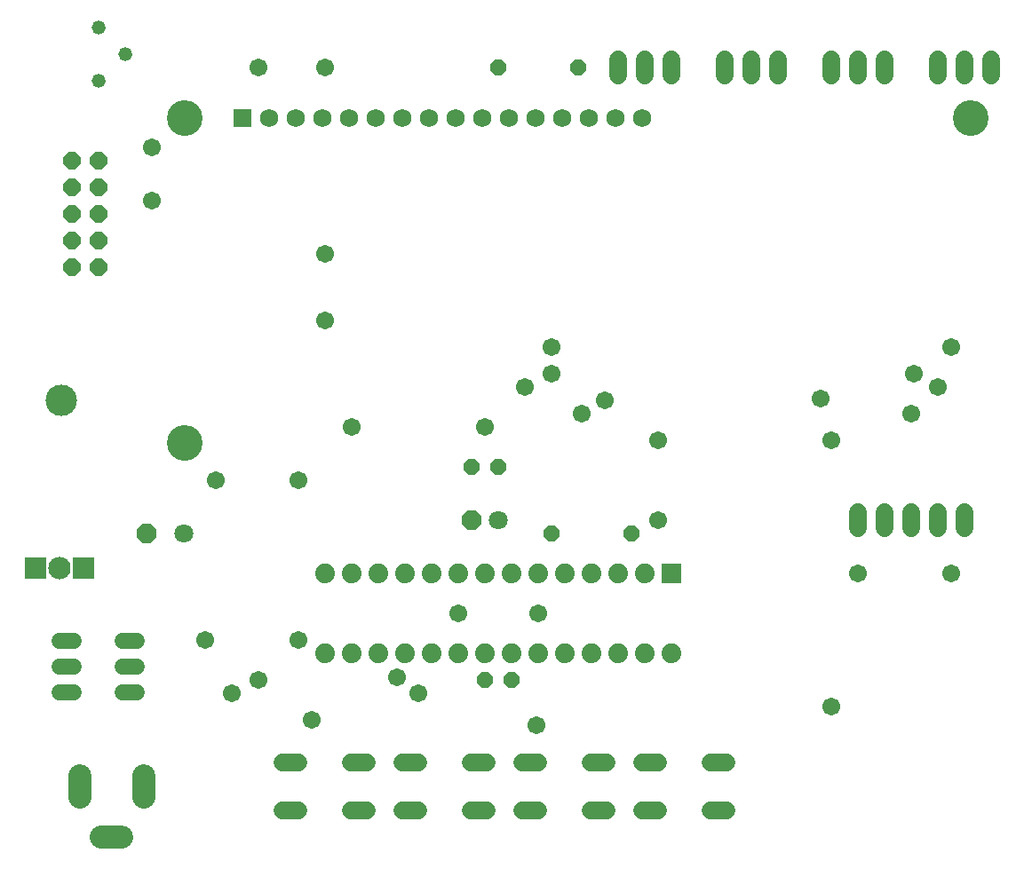
<source format=gbr>
G04 EAGLE Gerber RS-274X export*
G75*
%MOMM*%
%FSLAX34Y34*%
%LPD*%
%INSoldermask Top*%
%IPPOS*%
%AMOC8*
5,1,8,0,0,1.08239X$1,22.5*%
G01*
%ADD10P,1.951982X8X202.500000*%
%ADD11C,1.803400*%
%ADD12P,1.649562X8X202.500000*%
%ADD13P,1.759533X8X292.500000*%
%ADD14C,2.203200*%
%ADD15C,1.727200*%
%ADD16R,1.727200X1.727200*%
%ADD17C,1.727200*%
%ADD18C,3.403200*%
%ADD19C,1.320800*%
%ADD20P,1.649562X8X22.500000*%
%ADD21C,1.524000*%
%ADD22R,2.133600X2.133600*%
%ADD23C,2.133600*%
%ADD24C,3.003200*%
%ADD25R,1.879600X1.879600*%
%ADD26C,1.879600*%
%ADD27C,1.703200*%


D10*
X134620Y330200D03*
D11*
X170180Y330200D03*
D10*
X444500Y342900D03*
D11*
X469900Y342900D03*
D12*
X482600Y190500D03*
X457200Y190500D03*
X469900Y393700D03*
X444500Y393700D03*
D13*
X63500Y685800D03*
X88900Y685800D03*
X63500Y660400D03*
X88900Y660400D03*
X63500Y635000D03*
X88900Y635000D03*
X63500Y609600D03*
X88900Y609600D03*
X63500Y584200D03*
X88900Y584200D03*
D14*
X132600Y98900D02*
X132600Y78900D01*
X71600Y78900D02*
X71600Y98900D01*
X91600Y40900D02*
X111600Y40900D01*
D15*
X914400Y335280D02*
X914400Y350520D01*
X889000Y350520D02*
X889000Y335280D01*
X863600Y335280D02*
X863600Y350520D01*
X838200Y350520D02*
X838200Y335280D01*
X812800Y335280D02*
X812800Y350520D01*
D16*
X226100Y726500D03*
D17*
X251500Y726500D03*
X276900Y726500D03*
X302300Y726500D03*
X327700Y726500D03*
X353100Y726500D03*
X378500Y726500D03*
X403900Y726500D03*
X429300Y726500D03*
X454700Y726500D03*
X480100Y726500D03*
X505500Y726500D03*
X530900Y726500D03*
X556300Y726500D03*
X581700Y726500D03*
X607100Y726500D03*
D18*
X171100Y726500D03*
X171100Y416500D03*
X921100Y726500D03*
D12*
X596900Y330200D03*
X520700Y330200D03*
D19*
X88900Y762000D03*
X114300Y787400D03*
X88900Y812800D03*
D20*
X469900Y774700D03*
X546100Y774700D03*
D15*
X279908Y111506D02*
X264668Y111506D01*
X264668Y66294D02*
X279908Y66294D01*
X329692Y111506D02*
X344932Y111506D01*
X344932Y66294D02*
X329692Y66294D01*
X378968Y111506D02*
X394208Y111506D01*
X394208Y66294D02*
X378968Y66294D01*
X443992Y111506D02*
X459232Y111506D01*
X459232Y66294D02*
X443992Y66294D01*
X493268Y111506D02*
X508508Y111506D01*
X508508Y66294D02*
X493268Y66294D01*
X558292Y111506D02*
X573532Y111506D01*
X573532Y66294D02*
X558292Y66294D01*
X607568Y111506D02*
X622808Y111506D01*
X622808Y66294D02*
X607568Y66294D01*
X672592Y111506D02*
X687832Y111506D01*
X687832Y66294D02*
X672592Y66294D01*
D21*
X125476Y228092D02*
X112268Y228092D01*
X112268Y178308D02*
X125476Y178308D01*
X65532Y228092D02*
X52324Y228092D01*
X52324Y178308D02*
X65532Y178308D01*
X112268Y203200D02*
X125476Y203200D01*
X65532Y203200D02*
X52324Y203200D01*
D15*
X787400Y767080D02*
X787400Y782320D01*
X812800Y782320D02*
X812800Y767080D01*
X838200Y767080D02*
X838200Y782320D01*
X685800Y782320D02*
X685800Y767080D01*
X711200Y767080D02*
X711200Y782320D01*
X736600Y782320D02*
X736600Y767080D01*
X584200Y767080D02*
X584200Y782320D01*
X609600Y782320D02*
X609600Y767080D01*
X635000Y767080D02*
X635000Y782320D01*
X889000Y782320D02*
X889000Y767080D01*
X914400Y767080D02*
X914400Y782320D01*
X939800Y782320D02*
X939800Y767080D01*
D22*
X29210Y297180D03*
D23*
X52070Y297180D03*
D22*
X74930Y297180D03*
D24*
X53340Y457200D03*
D25*
X635000Y292100D03*
D26*
X609600Y292100D03*
X584200Y292100D03*
X558800Y292100D03*
X533400Y292100D03*
X508000Y292100D03*
X482600Y292100D03*
X457200Y292100D03*
X431800Y292100D03*
X406400Y292100D03*
X381000Y292100D03*
X355600Y292100D03*
X330200Y292100D03*
X304800Y292100D03*
X304800Y215900D03*
X330200Y215900D03*
X355600Y215900D03*
X381000Y215900D03*
X406400Y215900D03*
X431800Y215900D03*
X457200Y215900D03*
X482600Y215900D03*
X508000Y215900D03*
X533400Y215900D03*
X558800Y215900D03*
X584200Y215900D03*
X609600Y215900D03*
X635000Y215900D03*
D27*
X520700Y482600D03*
X866140Y482600D03*
X520700Y508000D03*
X901700Y508000D03*
X279400Y228600D03*
X190500Y228600D03*
X787400Y165100D03*
X787400Y419100D03*
X571500Y457200D03*
X777240Y458470D03*
X622300Y342900D03*
X622300Y419100D03*
X812800Y292100D03*
X901700Y292100D03*
X508000Y254000D03*
X431800Y254000D03*
X139700Y698500D03*
X139700Y647700D03*
X200660Y381000D03*
X279400Y381000D03*
X330200Y431800D03*
X457200Y431800D03*
X495300Y469900D03*
X889000Y469900D03*
X304800Y533400D03*
X304800Y596900D03*
X304800Y774700D03*
X241300Y774700D03*
X863600Y444500D03*
X549910Y444500D03*
X506730Y147320D03*
X292100Y152400D03*
X373380Y193040D03*
X241300Y190500D03*
X393700Y177800D03*
X215900Y177800D03*
M02*

</source>
